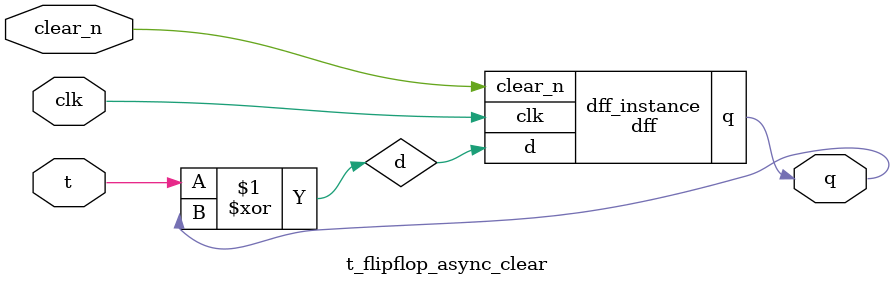
<source format=v>
module dff(
  output reg q,       // Output of the D flip-flop
  input d,            // Data input
  input clk,          // Clock signal
  input clear_n       // Active-low asynchronous clear
);
  always @(posedge clk or negedge clear_n) begin
    if (!clear_n)     // Asynchronous clear
      q <= 1'b0;
    else
      q <= d;         // Store the data input
  end
endmodule

// T flip-flop module using D flip-flop
module t_flipflop_async_clear(
  output q,           // Output of the T flip-flop
  input t,            // T input (toggle)
  input clk,          // Clock signal
  input clear_n       // Active-low asynchronous clear
);
  wire d;             // Internal wire for D input to the D flip-flop

  // Logic to derive D input from T and Q
  assign d = t ^ q;   // XOR: toggles state when T = 1
  
  // Instantiate the D flip-flop
  dff dff_instance(
    .q(q),
    .d(d),
    .clk(clk),
    .clear_n(clear_n)
  );
endmodule

</source>
